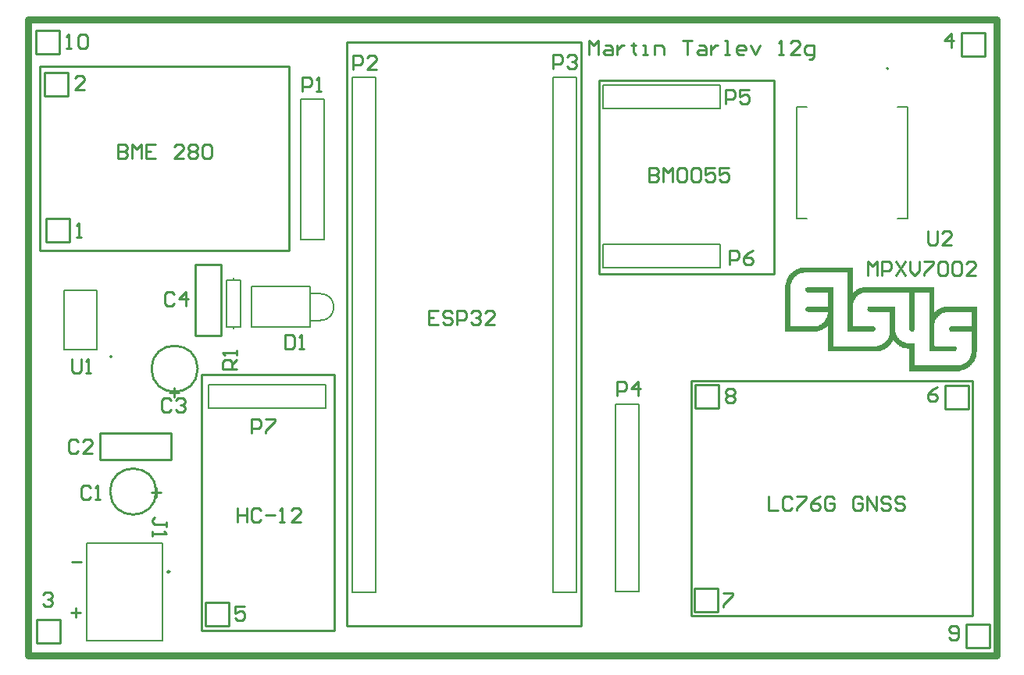
<source format=gbr>
G04*
G04 #@! TF.GenerationSoftware,Altium Limited,Altium Designer,22.4.2 (48)*
G04*
G04 Layer_Color=65535*
%FSLAX25Y25*%
%MOIN*%
G70*
G04*
G04 #@! TF.SameCoordinates,35F994A0-CBEB-4DCB-B987-FA79AE394E82*
G04*
G04*
G04 #@! TF.FilePolarity,Positive*
G04*
G01*
G75*
%ADD10C,0.00787*%
%ADD11C,0.00984*%
%ADD12C,0.01000*%
%ADD13C,0.00500*%
%ADD14C,0.03000*%
G36*
X626473Y255104D02*
X626907D01*
Y255322D01*
X627125D01*
Y255539D01*
X627342D01*
Y255756D01*
X627776D01*
Y255973D01*
X627993D01*
Y256191D01*
X628428D01*
Y256408D01*
X628645D01*
Y256625D01*
X629297D01*
Y256842D01*
X629731D01*
Y257060D01*
X630600D01*
Y257277D01*
X661227D01*
Y246633D01*
X661662D01*
Y246850D01*
X661879D01*
Y247068D01*
X662096D01*
Y247285D01*
X662313D01*
Y247502D01*
X662748D01*
Y247719D01*
X662965D01*
Y247937D01*
X663399D01*
Y248154D01*
X663834D01*
Y248371D01*
X664268D01*
Y248588D01*
X665137D01*
Y248805D01*
X666223D01*
Y249023D01*
X679473D01*
Y229473D01*
X679256D01*
Y228170D01*
X679039D01*
Y227301D01*
X678822D01*
Y226649D01*
X678604D01*
Y226215D01*
X678387D01*
Y225781D01*
X678170D01*
Y225346D01*
X677953D01*
Y225129D01*
X677736D01*
Y224912D01*
X677518D01*
Y224477D01*
X677301D01*
Y224260D01*
X677084D01*
Y224043D01*
X676867D01*
Y223826D01*
X676650D01*
Y223608D01*
X676432D01*
Y223391D01*
X676215D01*
Y223174D01*
X675781D01*
Y222957D01*
X675563D01*
Y222740D01*
X675129D01*
Y222522D01*
X674694D01*
Y222305D01*
X674260D01*
Y222088D01*
X673826D01*
Y221871D01*
X672957D01*
Y221654D01*
X672088D01*
Y221436D01*
X650584D01*
Y230994D01*
X649498D01*
Y231211D01*
X648412D01*
Y231428D01*
X647543D01*
Y231645D01*
X647108D01*
Y231863D01*
X646674D01*
Y232080D01*
X646240D01*
Y232297D01*
X646022D01*
Y232514D01*
X645588D01*
Y232732D01*
X645371D01*
Y232949D01*
X645153D01*
Y233166D01*
X644936D01*
Y233383D01*
X644719D01*
Y233600D01*
X644502D01*
Y233818D01*
X644285D01*
Y234035D01*
X644067D01*
Y234252D01*
X643850D01*
Y234469D01*
X643633D01*
Y234252D01*
X643416D01*
Y233818D01*
X643198D01*
Y233600D01*
X642981D01*
Y233166D01*
X642764D01*
Y232949D01*
X642547D01*
Y232732D01*
X642330D01*
Y232514D01*
X642112D01*
Y232297D01*
X641895D01*
Y232080D01*
X641678D01*
Y231863D01*
X641461D01*
Y231645D01*
X641244D01*
Y231428D01*
X640809D01*
Y231211D01*
X640592D01*
Y230994D01*
X640158D01*
Y230777D01*
X639723D01*
Y230559D01*
X639071D01*
Y230342D01*
X638420D01*
Y230125D01*
X637551D01*
Y229908D01*
X615830D01*
Y240551D01*
X615395D01*
Y240334D01*
X615178D01*
Y240117D01*
X614743D01*
Y239899D01*
X614526D01*
Y239682D01*
X614309D01*
Y239465D01*
X613875D01*
Y239248D01*
X613440D01*
Y239031D01*
X613006D01*
Y238813D01*
X612354D01*
Y238596D01*
X611485D01*
Y238379D01*
X597583D01*
Y258145D01*
X597801D01*
Y259232D01*
X598018D01*
Y260101D01*
X598235D01*
Y260752D01*
X598452D01*
Y261187D01*
X598670D01*
Y261621D01*
X598887D01*
Y261838D01*
X599104D01*
Y262273D01*
X599321D01*
Y262490D01*
X599538D01*
Y262707D01*
X599756D01*
Y262924D01*
X599973D01*
Y263359D01*
X600407D01*
Y263576D01*
X600625D01*
Y263793D01*
X600842D01*
Y264010D01*
X601059D01*
Y264228D01*
X601276D01*
Y264445D01*
X601711D01*
Y264662D01*
X602145D01*
Y264879D01*
X602579D01*
Y265096D01*
X603014D01*
Y265314D01*
X603665D01*
Y265531D01*
X604752D01*
Y265748D01*
X626473D01*
Y255104D01*
D02*
G37*
%LPC*%
G36*
X624084Y263576D02*
X605403D01*
Y263359D01*
X604317D01*
Y263141D01*
X603665D01*
Y262924D01*
X603231D01*
Y262707D01*
X602797D01*
Y262490D01*
X602579D01*
Y262273D01*
X602362D01*
Y262055D01*
X601928D01*
Y261838D01*
X601711D01*
Y261621D01*
X601493D01*
Y261187D01*
X601276D01*
Y260969D01*
X601059D01*
Y260752D01*
X600842D01*
Y260318D01*
X600625D01*
Y259883D01*
X600407D01*
Y259449D01*
X600190D01*
Y258580D01*
X599973D01*
Y240551D01*
X610834D01*
Y240768D01*
X611702D01*
Y240986D01*
X612137D01*
Y241203D01*
X612571D01*
Y241420D01*
X613006D01*
Y241637D01*
X613223D01*
Y241855D01*
X613657D01*
Y242072D01*
X613875D01*
Y242289D01*
X614092D01*
Y242506D01*
X614309D01*
Y242723D01*
X614526D01*
Y243158D01*
X614743D01*
Y243375D01*
X614961D01*
Y243809D01*
X615178D01*
Y244244D01*
X615395D01*
Y244678D01*
X615612D01*
Y245547D01*
X615830D01*
Y246633D01*
X607141D01*
Y246850D01*
X606706D01*
Y247068D01*
X606489D01*
Y247285D01*
X606272D01*
Y248371D01*
X606489D01*
Y248588D01*
X606706D01*
Y248805D01*
X607141D01*
Y249023D01*
X615830D01*
Y255104D01*
X606924D01*
Y255322D01*
X606489D01*
Y255539D01*
X606272D01*
Y256842D01*
X606489D01*
Y257060D01*
X606706D01*
Y257277D01*
X618002D01*
Y232297D01*
X618219D01*
Y232080D01*
X636682D01*
Y232297D01*
X637768D01*
Y232514D01*
X638420D01*
Y232732D01*
X638854D01*
Y232949D01*
X639289D01*
Y233166D01*
X639723D01*
Y233383D01*
X639940D01*
Y233600D01*
X640158D01*
Y233818D01*
X640375D01*
Y234035D01*
X640592D01*
Y234252D01*
X640809D01*
Y234469D01*
X641026D01*
Y234686D01*
X641244D01*
Y235121D01*
X641461D01*
Y235555D01*
X641678D01*
Y235990D01*
X641895D01*
Y236641D01*
X642112D01*
Y237727D01*
X642330D01*
Y246633D01*
X633641D01*
Y246850D01*
X632989D01*
Y247068D01*
X632772D01*
Y247719D01*
X632555D01*
Y247937D01*
X632772D01*
Y248588D01*
X632989D01*
Y248805D01*
X633424D01*
Y249023D01*
X644502D01*
Y237945D01*
X644719D01*
Y237293D01*
X644936D01*
Y236859D01*
X645153D01*
Y236424D01*
X645371D01*
Y235990D01*
X645588D01*
Y235772D01*
X645805D01*
Y235555D01*
X646022D01*
Y235121D01*
X646240D01*
Y234904D01*
X646457D01*
Y234686D01*
X646891D01*
Y234469D01*
X647108D01*
Y234252D01*
X647543D01*
Y234035D01*
X647760D01*
Y233818D01*
X648412D01*
Y233600D01*
X649063D01*
Y233383D01*
X652756D01*
Y224043D01*
X652973D01*
Y223826D01*
X672305D01*
Y224043D01*
X672957D01*
Y224260D01*
X673608D01*
Y224477D01*
X674043D01*
Y224694D01*
X674260D01*
Y224912D01*
X674694D01*
Y225129D01*
X674912D01*
Y225346D01*
X675129D01*
Y225563D01*
X675346D01*
Y225781D01*
X675563D01*
Y225998D01*
X675781D01*
Y226215D01*
X675998D01*
Y226649D01*
X676215D01*
Y227084D01*
X676432D01*
Y227518D01*
X676650D01*
Y227953D01*
X676867D01*
Y228822D01*
X677084D01*
Y238379D01*
X667961D01*
Y238596D01*
X667744D01*
Y238813D01*
X667526D01*
Y240117D01*
X667744D01*
Y240334D01*
X668178D01*
Y240551D01*
X677084D01*
Y246633D01*
X665789D01*
Y246416D01*
X665137D01*
Y246199D01*
X664486D01*
Y245982D01*
X664268D01*
Y245764D01*
X663834D01*
Y245547D01*
X663617D01*
Y245330D01*
X663399D01*
Y245113D01*
X663182D01*
Y244896D01*
X662965D01*
Y244678D01*
X662748D01*
Y244461D01*
X662531D01*
Y244244D01*
X662313D01*
Y244027D01*
X662096D01*
Y243592D01*
X661879D01*
Y243158D01*
X661662D01*
Y242506D01*
X661445D01*
Y241855D01*
X661227D01*
Y232297D01*
X661445D01*
Y232080D01*
X670350D01*
Y231863D01*
X670568D01*
Y231645D01*
X670785D01*
Y230559D01*
X670568D01*
Y230342D01*
X670350D01*
Y230125D01*
X670133D01*
Y229908D01*
X659055D01*
Y255104D01*
X652973D01*
Y254887D01*
X652756D01*
Y238813D01*
X652539D01*
Y238379D01*
X651887D01*
Y238162D01*
X651453D01*
Y238379D01*
X651018D01*
Y238596D01*
X650801D01*
Y239031D01*
X650584D01*
Y247937D01*
Y248154D01*
Y255104D01*
X631252D01*
Y254887D01*
X630600D01*
Y254670D01*
X629948D01*
Y254453D01*
X629514D01*
Y254236D01*
X629080D01*
Y254018D01*
X628862D01*
Y253801D01*
X628645D01*
Y253584D01*
X628428D01*
Y253367D01*
X628211D01*
Y253150D01*
X627993D01*
Y252932D01*
X627776D01*
Y252715D01*
X627559D01*
Y252498D01*
X627342D01*
Y252063D01*
X627125D01*
Y251629D01*
X626907D01*
Y251195D01*
X626690D01*
Y250543D01*
X626473D01*
Y240551D01*
X635379D01*
Y240334D01*
X635813D01*
Y239899D01*
X636030D01*
Y239031D01*
X635813D01*
Y238596D01*
X635379D01*
Y238379D01*
X624301D01*
Y263359D01*
X624084D01*
Y263576D01*
D02*
G37*
%LPD*%
D10*
X641634Y350748D02*
G03*
X641634Y350748I-394J0D01*
G01*
X310236Y227598D02*
G03*
X310236Y227598I-394J0D01*
G01*
X498543Y346890D02*
X508543D01*
Y126890D02*
Y346890D01*
X498543Y126890D02*
X508543D01*
X498543D02*
Y134390D01*
Y346890D01*
X519882Y333583D02*
Y343583D01*
X569882D01*
X519882Y333583D02*
X569882D01*
Y343583D01*
Y265472D02*
Y275472D01*
X519882Y265472D02*
X569882D01*
X519882Y275472D02*
X569882D01*
X519882Y265472D02*
Y275472D01*
X299633Y106216D02*
Y147949D01*
Y106216D02*
X331916D01*
Y147949D01*
X299633D02*
X331916D01*
X525315Y127441D02*
Y207441D01*
Y127441D02*
X535315D01*
Y207441D01*
X525315D02*
X535315D01*
X362205Y240394D02*
X365205D01*
Y260394D01*
X359205D02*
X365205D01*
X359205Y240394D02*
Y260394D01*
Y240394D02*
X362205D01*
Y260394D02*
Y261294D01*
Y239494D02*
Y240394D01*
X351614Y205630D02*
Y215630D01*
X401614D01*
X351614Y205630D02*
X401614D01*
Y215630D01*
X412716Y134390D02*
Y346890D01*
Y126890D02*
Y134390D01*
Y126890D02*
X422717D01*
Y346890D01*
X412716D02*
X422717D01*
X390768Y337697D02*
X400768D01*
X390768Y277697D02*
X400768D01*
X390768D02*
Y337697D01*
X400768Y277697D02*
Y337697D01*
D11*
X334967Y135744D02*
G03*
X334967Y135744I-492J0D01*
G01*
D12*
X346850Y222441D02*
G03*
X346850Y222441I-9843J0D01*
G01*
X329160Y169996D02*
G03*
X329160Y169996I-9843J0D01*
G01*
X277677Y359561D02*
Y364061D01*
X287677Y359561D02*
Y364061D01*
X280427Y356811D02*
X284927D01*
X277677D02*
Y359561D01*
Y364061D02*
Y366811D01*
X280427D02*
X284927D01*
X287677D01*
X277677D02*
X280427D01*
X287677Y356811D02*
Y359561D01*
Y364061D02*
Y366811D01*
X284927Y356811D02*
X287677D01*
X277677D02*
X280427D01*
X674921Y106018D02*
Y110518D01*
X684921Y106018D02*
Y110518D01*
X677671Y103268D02*
X682171D01*
X674921D02*
Y106018D01*
Y110518D02*
Y113268D01*
X677671D02*
X682171D01*
X684921D01*
X674921D02*
X677671D01*
X684921Y103268D02*
Y106018D01*
Y110518D02*
Y113268D01*
X682171Y103268D02*
X684921D01*
X674921D02*
X677671D01*
X665866Y205236D02*
X668616D01*
X673116D02*
X675866D01*
Y212486D02*
Y215236D01*
Y205236D02*
Y207986D01*
X665866Y215236D02*
X668616D01*
X673116D02*
X675866D01*
X668616D02*
X673116D01*
X665866Y212486D02*
Y215236D01*
Y205236D02*
Y207986D01*
X668616Y205236D02*
X673116D01*
X675866Y207986D02*
Y212486D01*
X665866Y207986D02*
Y212486D01*
X558779Y118622D02*
X561529D01*
X566030D02*
X568780D01*
Y125872D02*
Y128622D01*
Y118622D02*
Y121372D01*
X558779Y128622D02*
X561529D01*
X566030D02*
X568780D01*
X561529D02*
X566030D01*
X558779Y125872D02*
Y128622D01*
Y118622D02*
Y121372D01*
X561529Y118622D02*
X566030D01*
X568780Y121372D02*
Y125872D01*
X558779Y121372D02*
Y125872D01*
X559173Y205630D02*
X561923D01*
X566423D02*
X569173D01*
Y212880D02*
Y215630D01*
Y205630D02*
Y208380D01*
X559173Y215630D02*
X561923D01*
X566423D02*
X569173D01*
X561923D02*
X566423D01*
X559173Y212880D02*
Y215630D01*
Y205630D02*
Y208380D01*
X561923Y205630D02*
X566423D01*
X569173Y208380D02*
Y212880D01*
X559173Y208380D02*
Y212880D01*
X557480Y217323D02*
X677559D01*
Y116929D02*
Y217323D01*
X557480Y116929D02*
Y217323D01*
Y116929D02*
X677559D01*
X518110Y345669D02*
X592913D01*
X518110Y262992D02*
Y345669D01*
X592913Y262992D02*
Y345669D01*
X518110Y262992D02*
X592913D01*
X672953Y356024D02*
X675703D01*
X680203D02*
X682953D01*
Y363274D02*
Y366024D01*
Y356024D02*
Y358774D01*
X672953Y366024D02*
X675703D01*
X680203D02*
X682953D01*
X675703D02*
X680203D01*
X672953Y363274D02*
Y366024D01*
Y356024D02*
Y358774D01*
X675703Y356024D02*
X680203D01*
X682953Y358774D02*
Y363274D01*
X672953Y358774D02*
Y363274D01*
X305144Y183775D02*
Y194799D01*
X335459D01*
Y183775D02*
Y194799D01*
X305144Y183775D02*
X335459D01*
X345669Y236614D02*
Y266929D01*
Y236614D02*
X356693D01*
Y266929D01*
X345669D02*
X356693D01*
X279528Y272835D02*
X385827D01*
X279528D02*
Y351575D01*
X385827Y272835D02*
Y351575D01*
X278071Y107986D02*
Y112486D01*
X288071Y107986D02*
Y112486D01*
X280821Y105236D02*
X285321D01*
X278071D02*
Y107986D01*
Y112486D02*
Y115236D01*
X280821D02*
X285321D01*
X288071D01*
X278071D02*
X280821D01*
X288071Y105236D02*
Y107986D01*
Y112486D02*
Y115236D01*
X285321Y105236D02*
X288071D01*
X278071D02*
X280821D01*
X282008Y279246D02*
Y283746D01*
X292008Y279246D02*
Y283746D01*
X284758Y276496D02*
X289258D01*
X282008D02*
Y279246D01*
Y283746D02*
Y286496D01*
X284758D02*
X289258D01*
X292008D01*
X282008D02*
X284758D01*
X292008Y276496D02*
Y279246D01*
Y283746D02*
Y286496D01*
X289258Y276496D02*
X292008D01*
X282008D02*
X284758D01*
X281614Y341845D02*
Y346344D01*
X291614Y341845D02*
Y346344D01*
X284364Y339094D02*
X288864D01*
X281614D02*
Y341845D01*
Y346344D02*
Y349095D01*
X284364D02*
X288864D01*
X291614D01*
X281614D02*
X284364D01*
X291614Y339094D02*
Y341845D01*
Y346344D02*
Y349095D01*
X288864Y339094D02*
X291614D01*
X281614D02*
X284364D01*
X279528Y351575D02*
X385827D01*
X350118Y115368D02*
Y119868D01*
X360118Y115368D02*
Y119868D01*
X352868Y112618D02*
X357368D01*
X350118D02*
Y115368D01*
Y119868D02*
Y122618D01*
X352868D02*
X357368D01*
X360118D01*
X350118D02*
X352868D01*
X360118Y112618D02*
Y115368D01*
Y119868D02*
Y122618D01*
X357368Y112618D02*
X360118D01*
X350118D02*
X352868D01*
X348425Y220079D02*
X405118D01*
X348425Y110630D02*
Y220079D01*
Y110630D02*
X405118D01*
Y220079D01*
X410630Y361811D02*
X510630D01*
Y112598D02*
Y361811D01*
X410630Y112598D02*
X510630D01*
X410630D02*
Y351575D01*
Y361811D01*
X327062Y169764D02*
X331061D01*
X329061Y171764D02*
Y167765D01*
X334936Y212284D02*
X338935D01*
X336935Y214283D02*
Y210285D01*
X292732Y118354D02*
X296731D01*
X294732Y120353D02*
Y116354D01*
X293126Y139976D02*
X297125D01*
X590370Y168022D02*
Y162024D01*
X594369D01*
X600367Y167022D02*
X599367Y168022D01*
X597368D01*
X596368Y167022D01*
Y163023D01*
X597368Y162024D01*
X599367D01*
X600367Y163023D01*
X602366Y168022D02*
X606365D01*
Y167022D01*
X602366Y163023D01*
Y162024D01*
X612363Y168022D02*
X610364Y167022D01*
X608364Y165023D01*
Y163023D01*
X609364Y162024D01*
X611363D01*
X612363Y163023D01*
Y164023D01*
X611363Y165023D01*
X608364D01*
X618361Y167022D02*
X617361Y168022D01*
X615362D01*
X614362Y167022D01*
Y163023D01*
X615362Y162024D01*
X617361D01*
X618361Y163023D01*
Y165023D01*
X616362D01*
X630357Y167022D02*
X629357Y168022D01*
X627358D01*
X626358Y167022D01*
Y163023D01*
X627358Y162024D01*
X629357D01*
X630357Y163023D01*
Y165023D01*
X628358D01*
X632357Y162024D02*
Y168022D01*
X636355Y162024D01*
Y168022D01*
X642353Y167022D02*
X641354Y168022D01*
X639354D01*
X638355Y167022D01*
Y166022D01*
X639354Y165023D01*
X641354D01*
X642353Y164023D01*
Y163023D01*
X641354Y162024D01*
X639354D01*
X638355Y163023D01*
X648351Y167022D02*
X647352Y168022D01*
X645352D01*
X644353Y167022D01*
Y166022D01*
X645352Y165023D01*
X647352D01*
X648351Y164023D01*
Y163023D01*
X647352Y162024D01*
X645352D01*
X644353Y163023D01*
X539583Y308179D02*
Y302181D01*
X542582D01*
X543581Y303181D01*
Y304181D01*
X542582Y305180D01*
X539583D01*
X542582D01*
X543581Y306180D01*
Y307179D01*
X542582Y308179D01*
X539583D01*
X545581Y302181D02*
Y308179D01*
X547580Y306180D01*
X549579Y308179D01*
Y302181D01*
X554578Y308179D02*
X552578D01*
X551579Y307179D01*
Y303181D01*
X552578Y302181D01*
X554578D01*
X555578Y303181D01*
Y307179D01*
X554578Y308179D01*
X557577Y307179D02*
X558576Y308179D01*
X560576D01*
X561576Y307179D01*
Y303181D01*
X560576Y302181D01*
X558576D01*
X557577Y303181D01*
Y307179D01*
X567574Y308179D02*
X563575D01*
Y305180D01*
X565574Y306180D01*
X566574D01*
X567574Y305180D01*
Y303181D01*
X566574Y302181D01*
X564575D01*
X563575Y303181D01*
X573572Y308179D02*
X569573D01*
Y305180D01*
X571572Y306180D01*
X572572D01*
X573572Y305180D01*
Y303181D01*
X572572Y302181D01*
X570573D01*
X569573Y303181D01*
X632890Y262417D02*
Y268415D01*
X634889Y266416D01*
X636889Y268415D01*
Y262417D01*
X638888D02*
Y268415D01*
X641887D01*
X642886Y267416D01*
Y265416D01*
X641887Y264417D01*
X638888D01*
X644886Y268415D02*
X648885Y262417D01*
Y268415D02*
X644886Y262417D01*
X650884Y268415D02*
Y264417D01*
X652883Y262417D01*
X654883Y264417D01*
Y268415D01*
X656882D02*
X660881D01*
Y267416D01*
X656882Y263417D01*
Y262417D01*
X662880Y267416D02*
X663880Y268415D01*
X665879D01*
X666879Y267416D01*
Y263417D01*
X665879Y262417D01*
X663880D01*
X662880Y263417D01*
Y267416D01*
X668878D02*
X669878Y268415D01*
X671877D01*
X672877Y267416D01*
Y263417D01*
X671877Y262417D01*
X669878D01*
X668878Y263417D01*
Y267416D01*
X678875Y262417D02*
X674876D01*
X678875Y266416D01*
Y267416D01*
X677875Y268415D01*
X675876D01*
X674876Y267416D01*
X513992Y356543D02*
Y362541D01*
X515991Y360541D01*
X517991Y362541D01*
Y356543D01*
X520990Y360541D02*
X522989D01*
X523989Y359542D01*
Y356543D01*
X520990D01*
X519990Y357542D01*
X520990Y358542D01*
X523989D01*
X525988Y360541D02*
Y356543D01*
Y358542D01*
X526988Y359542D01*
X527988Y360541D01*
X528987D01*
X532986Y361541D02*
Y360541D01*
X531986D01*
X533986D01*
X532986D01*
Y357542D01*
X533986Y356543D01*
X536985D02*
X538984D01*
X537984D01*
Y360541D01*
X536985D01*
X541983Y356543D02*
Y360541D01*
X544982D01*
X545982Y359542D01*
Y356543D01*
X553979Y362541D02*
X557978D01*
X555978D01*
Y356543D01*
X560977Y360541D02*
X562976D01*
X563976Y359542D01*
Y356543D01*
X560977D01*
X559977Y357542D01*
X560977Y358542D01*
X563976D01*
X565975Y360541D02*
Y356543D01*
Y358542D01*
X566975Y359542D01*
X567975Y360541D01*
X568974D01*
X571973Y356543D02*
X573973D01*
X572973D01*
Y362541D01*
X571973D01*
X579971Y356543D02*
X577971D01*
X576972Y357542D01*
Y359542D01*
X577971Y360541D01*
X579971D01*
X580970Y359542D01*
Y358542D01*
X576972D01*
X582970Y360541D02*
X584969Y356543D01*
X586969Y360541D01*
X594966Y356543D02*
X596965D01*
X595966D01*
Y362541D01*
X594966Y361541D01*
X603963Y356543D02*
X599964D01*
X603963Y360541D01*
Y361541D01*
X602963Y362541D01*
X600964D01*
X599964Y361541D01*
X607962Y354543D02*
X608961D01*
X609961Y355543D01*
Y360541D01*
X606962D01*
X605962Y359542D01*
Y357542D01*
X606962Y356543D01*
X609961D01*
X312811Y318415D02*
Y312417D01*
X315810D01*
X316810Y313417D01*
Y314417D01*
X315810Y315416D01*
X312811D01*
X315810D01*
X316810Y316416D01*
Y317416D01*
X315810Y318415D01*
X312811D01*
X318809Y312417D02*
Y318415D01*
X320808Y316416D01*
X322808Y318415D01*
Y312417D01*
X328806Y318415D02*
X324807D01*
Y312417D01*
X328806D01*
X324807Y315416D02*
X326806D01*
X340802Y312417D02*
X336803D01*
X340802Y316416D01*
Y317416D01*
X339802Y318415D01*
X337803D01*
X336803Y317416D01*
X342801D02*
X343801Y318415D01*
X345800D01*
X346800Y317416D01*
Y316416D01*
X345800Y315416D01*
X346800Y314417D01*
Y313417D01*
X345800Y312417D01*
X343801D01*
X342801Y313417D01*
Y314417D01*
X343801Y315416D01*
X342801Y316416D01*
Y317416D01*
X343801Y315416D02*
X345800D01*
X348799Y317416D02*
X349799Y318415D01*
X351798D01*
X352798Y317416D01*
Y313417D01*
X351798Y312417D01*
X349799D01*
X348799Y313417D01*
Y317416D01*
X449487Y247155D02*
X445488D01*
Y241158D01*
X449487D01*
X445488Y244157D02*
X447487D01*
X455485Y246156D02*
X454485Y247155D01*
X452486D01*
X451486Y246156D01*
Y245156D01*
X452486Y244157D01*
X454485D01*
X455485Y243157D01*
Y242157D01*
X454485Y241158D01*
X452486D01*
X451486Y242157D01*
X457484Y241158D02*
Y247155D01*
X460483D01*
X461483Y246156D01*
Y244157D01*
X460483Y243157D01*
X457484D01*
X463482Y246156D02*
X464482Y247155D01*
X466481D01*
X467481Y246156D01*
Y245156D01*
X466481Y244157D01*
X465482D01*
X466481D01*
X467481Y243157D01*
Y242157D01*
X466481Y241158D01*
X464482D01*
X463482Y242157D01*
X473479Y241158D02*
X469480D01*
X473479Y245156D01*
Y246156D01*
X472479Y247155D01*
X470480D01*
X469480Y246156D01*
X363992Y162904D02*
Y156905D01*
Y159905D01*
X367991D01*
Y162904D01*
Y156905D01*
X373989Y161904D02*
X372989Y162904D01*
X370990D01*
X369990Y161904D01*
Y157905D01*
X370990Y156905D01*
X372989D01*
X373989Y157905D01*
X375988Y159905D02*
X379987D01*
X381986Y156905D02*
X383986D01*
X382986D01*
Y162904D01*
X381986Y161904D01*
X390983Y156905D02*
X386985D01*
X390983Y160904D01*
Y161904D01*
X389984Y162904D01*
X387984D01*
X386985Y161904D01*
X290777Y359206D02*
X292776D01*
X291777D01*
Y365204D01*
X290777Y364204D01*
X295775D02*
X296775Y365204D01*
X298775D01*
X299774Y364204D01*
Y360205D01*
X298775Y359206D01*
X296775D01*
X295775Y360205D01*
Y364204D01*
X667469Y107744D02*
X668468Y106744D01*
X670468D01*
X671467Y107744D01*
Y111742D01*
X670468Y112742D01*
X668468D01*
X667469Y111742D01*
Y110743D01*
X668468Y109743D01*
X671467D01*
X335614Y209086D02*
X334615Y210086D01*
X332615D01*
X331616Y209086D01*
Y205087D01*
X332615Y204088D01*
X334615D01*
X335614Y205087D01*
X337614Y209086D02*
X338614Y210086D01*
X340613D01*
X341613Y209086D01*
Y208086D01*
X340613Y207087D01*
X339613D01*
X340613D01*
X341613Y206087D01*
Y205087D01*
X340613Y204088D01*
X338614D01*
X337614Y205087D01*
X658387Y281346D02*
Y276347D01*
X659387Y275347D01*
X661386D01*
X662386Y276347D01*
Y281346D01*
X668384Y275347D02*
X664386D01*
X668384Y279346D01*
Y280346D01*
X667384Y281346D01*
X665385D01*
X664386Y280346D01*
X293245Y226621D02*
Y221623D01*
X294245Y220623D01*
X296244D01*
X297244Y221623D01*
Y226621D01*
X299243Y220623D02*
X301243D01*
X300243D01*
Y226621D01*
X299243Y225621D01*
X363629Y222379D02*
X357631D01*
Y225378D01*
X358631Y226378D01*
X360630D01*
X361630Y225378D01*
Y222379D01*
Y224379D02*
X363629Y226378D01*
Y228377D02*
Y230377D01*
Y229377D01*
X357631D01*
X358631Y228377D01*
X369805Y195033D02*
Y201030D01*
X372804D01*
X373803Y200031D01*
Y198031D01*
X372804Y197032D01*
X369805D01*
X375803Y201030D02*
X379802D01*
Y200031D01*
X375803Y196032D01*
Y195033D01*
X573742Y267080D02*
Y273078D01*
X576741D01*
X577740Y272078D01*
Y270079D01*
X576741Y269079D01*
X573742D01*
X583739Y273078D02*
X581739Y272078D01*
X579740Y270079D01*
Y268079D01*
X580739Y267080D01*
X582739D01*
X583739Y268079D01*
Y269079D01*
X582739Y270079D01*
X579740D01*
X572167Y335584D02*
Y341582D01*
X575166D01*
X576166Y340582D01*
Y338583D01*
X575166Y337583D01*
X572167D01*
X582164Y341582D02*
X578165D01*
Y338583D01*
X580164Y339582D01*
X581164D01*
X582164Y338583D01*
Y336583D01*
X581164Y335584D01*
X579165D01*
X578165Y336583D01*
X525900Y210800D02*
Y216798D01*
X528899D01*
X529899Y215798D01*
Y213799D01*
X528899Y212799D01*
X525900D01*
X534897Y210800D02*
Y216798D01*
X531898Y213799D01*
X535897D01*
X498545Y350544D02*
Y356542D01*
X501544D01*
X502544Y355543D01*
Y353543D01*
X501544Y352544D01*
X498545D01*
X504543Y355543D02*
X505543Y356542D01*
X507542D01*
X508542Y355543D01*
Y354543D01*
X507542Y353543D01*
X506542D01*
X507542D01*
X508542Y352544D01*
Y351544D01*
X507542Y350544D01*
X505543D01*
X504543Y351544D01*
X413300Y350300D02*
Y356298D01*
X416299D01*
X417299Y355298D01*
Y353299D01*
X416299Y352299D01*
X413300D01*
X423297Y350300D02*
X419298D01*
X423297Y354299D01*
Y355298D01*
X422297Y356298D01*
X420298D01*
X419298Y355298D01*
X391400Y341100D02*
Y347098D01*
X394399D01*
X395399Y346098D01*
Y344099D01*
X394399Y343099D01*
X391400D01*
X397398Y341100D02*
X399397D01*
X398398D01*
Y347098D01*
X397398Y346098D01*
X333419Y154956D02*
Y156956D01*
Y155956D01*
X328421D01*
X327421Y156956D01*
Y157955D01*
X328421Y158955D01*
X327421Y152957D02*
Y150958D01*
Y151957D01*
X333419D01*
X332419Y152957D01*
X384190Y236857D02*
Y230859D01*
X387189D01*
X388189Y231859D01*
Y235858D01*
X387189Y236857D01*
X384190D01*
X390188Y230859D02*
X392188D01*
X391188D01*
Y236857D01*
X390188Y235858D01*
X336796Y254362D02*
X335796Y255361D01*
X333797D01*
X332797Y254362D01*
Y250363D01*
X333797Y249363D01*
X335796D01*
X336796Y250363D01*
X341794Y249363D02*
Y255361D01*
X338795Y252362D01*
X342794D01*
X295851Y191369D02*
X294851Y192369D01*
X292852D01*
X291852Y191369D01*
Y187371D01*
X292852Y186371D01*
X294851D01*
X295851Y187371D01*
X301849Y186371D02*
X297850D01*
X301849Y190370D01*
Y191369D01*
X300849Y192369D01*
X298850D01*
X297850Y191369D01*
X301181Y171684D02*
X300181Y172684D01*
X298182D01*
X297182Y171684D01*
Y167686D01*
X298182Y166686D01*
X300181D01*
X301181Y167686D01*
X303181Y166686D02*
X305180D01*
X304180D01*
Y172684D01*
X303181Y171684D01*
X572213Y212826D02*
X573213Y213826D01*
X575212D01*
X576212Y212826D01*
Y211826D01*
X575212Y210827D01*
X576212Y209827D01*
Y208827D01*
X575212Y207828D01*
X573213D01*
X572213Y208827D01*
Y209827D01*
X573213Y210827D01*
X572213Y211826D01*
Y212826D01*
X573213Y210827D02*
X575212D01*
X571327Y126719D02*
X575326D01*
Y125720D01*
X571327Y121721D01*
Y120721D01*
X662399Y214767D02*
X660399Y213767D01*
X658400Y211768D01*
Y209768D01*
X659400Y208769D01*
X661399D01*
X662399Y209768D01*
Y210768D01*
X661399Y211768D01*
X658400D01*
X366665Y121109D02*
X362666D01*
Y118110D01*
X364665Y119110D01*
X365665D01*
X366665Y118110D01*
Y116111D01*
X365665Y115111D01*
X363666D01*
X362666Y116111D01*
X668499Y359500D02*
Y365498D01*
X665500Y362499D01*
X669499D01*
X280678Y126015D02*
X281678Y127015D01*
X283677D01*
X284677Y126015D01*
Y125015D01*
X283677Y124016D01*
X282677D01*
X283677D01*
X284677Y123016D01*
Y122016D01*
X283677Y121017D01*
X281678D01*
X280678Y122016D01*
X298456Y341489D02*
X294457D01*
X298456Y345488D01*
Y346487D01*
X297456Y347487D01*
X295457D01*
X294457Y346487D01*
X295063Y278497D02*
X297063D01*
X296063D01*
Y284495D01*
X295063Y283495D01*
D13*
X399213Y243110D02*
G03*
X399213Y254528I0J5709D01*
G01*
X645492Y334134D02*
X649990Y334144D01*
Y286644D02*
Y334144D01*
X645492Y286653D02*
X649990Y286644D01*
X602490Y334144D02*
X606988Y334134D01*
X602490Y286644D02*
Y334144D01*
Y286644D02*
X606988Y286653D01*
X369685Y240158D02*
Y257480D01*
X394882D01*
Y240158D02*
Y257480D01*
X369685Y240158D02*
X394882D01*
Y254528D02*
X399213D01*
X394882Y243110D02*
X399213D01*
X289951Y230502D02*
X303750D01*
X289951D02*
Y256112D01*
X303750D01*
Y230502D02*
Y256112D01*
D14*
X687795Y371654D02*
X687795Y100000D01*
X274409Y371654D02*
X687795D01*
X274410Y100000D02*
X687795D01*
X274409Y371654D02*
X274410Y100000D01*
M02*

</source>
